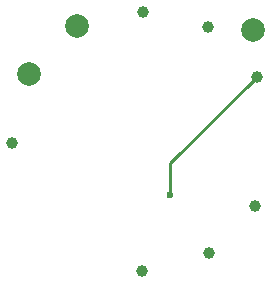
<source format=gbr>
G04 #@! TF.FileFunction,Copper,L2,Bot,Signal*
%FSLAX46Y46*%
G04 Gerber Fmt 4.6, Leading zero omitted, Abs format (unit mm)*
G04 Created by KiCad (PCBNEW 0.201509251832+6217~30~ubuntu14.04.1-product) date lun 28 set 2015 23:17:44 CEST*
%MOMM*%
G01*
G04 APERTURE LIST*
%ADD10C,0.200000*%
%ADD11C,1.000760*%
%ADD12C,1.998980*%
%ADD13C,2.000000*%
%ADD14C,0.600000*%
%ADD15C,0.250000*%
G04 APERTURE END LIST*
D10*
D11*
X209550000Y-84836000D03*
D12*
X209308700Y-69977000D03*
D11*
X199974000Y-90398600D03*
X205600000Y-88823800D03*
X209677000Y-73914000D03*
X205549500Y-69672200D03*
X200025000Y-68453000D03*
D13*
X194487800Y-69634100D03*
X190385700Y-73672700D03*
D11*
X188976000Y-79502000D03*
D14*
X202322800Y-83962600D03*
D15*
X202322900Y-83962600D02*
X202322800Y-83962600D01*
X202322900Y-81268100D02*
X202322900Y-83962600D01*
X209677000Y-73914000D02*
X202322900Y-81268100D01*
M02*

</source>
